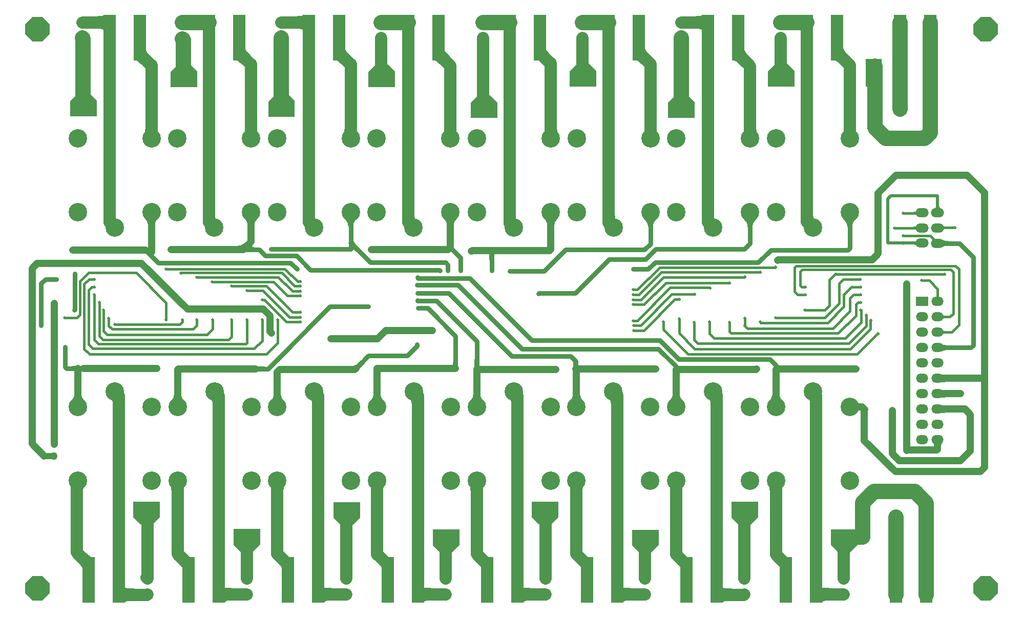
<source format=gbl>
G04 Layer_Physical_Order=2*
G04 Layer_Color=16711680*
%FSTAX24Y24*%
%MOIN*%
G70*
G01*
G75*
%ADD20C,0.0300*%
%ADD21C,0.0150*%
%ADD22C,0.0450*%
%ADD23C,0.0315*%
%ADD25C,0.0394*%
%ADD26C,0.0984*%
%ADD27R,0.0787X0.0984*%
%ADD28P,0.1705X8X22.5*%
%ADD29O,0.0750X0.0650*%
%ADD30O,0.0787X0.0591*%
%ADD31R,0.0787X0.0591*%
%ADD32C,0.1200*%
%ADD33O,0.0860X0.0600*%
%ADD34C,0.0600*%
%ADD35C,0.0500*%
%ADD36C,0.0197*%
%ADD37C,0.0315*%
%ADD38C,0.0787*%
%ADD39C,0.0197*%
G36*
X091767Y071697D02*
X09098Y071672D01*
X090979Y07174D01*
X090965Y071946D01*
X090958Y07198D01*
X09095Y072008D01*
X090941Y07203D01*
X090931Y072044D01*
X09092Y072053D01*
X091694Y072377D01*
X091767Y071697D01*
D02*
G37*
G36*
X085285Y0717D02*
X084498Y07167D01*
X084497Y071738D01*
X084483Y071943D01*
X084477Y071978D01*
X084469Y072006D01*
X08446Y072027D01*
X08445Y072042D01*
X084438Y07205D01*
X085208Y072383D01*
X085285Y0717D01*
D02*
G37*
G36*
X078804Y071703D02*
X078017Y071668D01*
X078016Y071736D01*
X078002Y071941D01*
X077995Y071976D01*
X077987Y072004D01*
X077978Y072025D01*
X077968Y072039D01*
X077957Y072047D01*
X078721Y072387D01*
X078804Y071703D01*
D02*
G37*
G36*
X098248Y071694D02*
X097461Y071674D01*
X09746Y071742D01*
X097446Y071948D01*
X097439Y071983D01*
X097432Y072011D01*
X097423Y072032D01*
X097412Y072047D01*
X097401Y072055D01*
X09818Y07237D01*
X098248Y071694D01*
D02*
G37*
G36*
X063014Y072468D02*
X06302Y072412D01*
X06303Y072358D01*
X063043Y072306D01*
X063061Y072256D01*
X063082Y072208D01*
X063108Y072163D01*
X063137Y072119D01*
X06317Y072078D01*
X063207Y072038D01*
X062367D01*
X062404Y072078D01*
X062437Y072119D01*
X062467Y072163D01*
X062492Y072208D01*
X062513Y072256D01*
X062531Y072306D01*
X062545Y072358D01*
X062554Y072412D01*
X06256Y072468D01*
X062562Y072526D01*
X063012D01*
X063014Y072468D01*
D02*
G37*
G36*
X056526D02*
X056531Y072412D01*
X056541Y072358D01*
X056555Y072306D01*
X056572Y072256D01*
X056594Y072208D01*
X056619Y072163D01*
X056648Y072119D01*
X056682Y072078D01*
X056719Y072038D01*
X055879D01*
X055916Y072078D01*
X055949Y072119D01*
X055978Y072163D01*
X056003Y072208D01*
X056025Y072256D01*
X056042Y072306D01*
X056056Y072358D01*
X056066Y072412D01*
X056072Y072468D01*
X056074Y072526D01*
X056524D01*
X056526Y072468D01*
D02*
G37*
G36*
X050037D02*
X050043Y072412D01*
X050053Y072358D01*
X050066Y072306D01*
X050084Y072256D01*
X050105Y072208D01*
X050131Y072163D01*
X05016Y072119D01*
X050193Y072078D01*
X05023Y072038D01*
X04939D01*
X049427Y072078D01*
X04946Y072119D01*
X049489Y072163D01*
X049515Y072208D01*
X049536Y072256D01*
X049554Y072306D01*
X049567Y072358D01*
X049577Y072412D01*
X049583Y072468D01*
X049585Y072526D01*
X050035D01*
X050037Y072468D01*
D02*
G37*
G36*
X100582Y071851D02*
X100591Y071848D01*
X100605Y071845D01*
X100624Y071842D01*
X100676Y071838D01*
X10084Y071835D01*
Y071385D01*
X100792Y071385D01*
X100591Y071372D01*
X100582Y071369D01*
X100578Y071365D01*
Y071855D01*
X100582Y071851D01*
D02*
G37*
G36*
X105983Y071734D02*
X106011Y071726D01*
X106047Y071719D01*
X106089Y071712D01*
X106194Y071703D01*
X106404Y071695D01*
X106488Y071695D01*
Y071245D01*
X106404Y071245D01*
X106047Y071221D01*
X106011Y071214D01*
X105983Y071206D01*
X105962Y071197D01*
Y071743D01*
X105983Y071734D01*
D02*
G37*
G36*
X106047Y069266D02*
X106032Y069254D01*
X106018Y069234D01*
X106007Y069205D01*
X105997Y069168D01*
X105989Y069123D01*
X105983Y069069D01*
X105976Y068938D01*
X105975Y06886D01*
X105525D01*
X105524Y068938D01*
X105511Y069123D01*
X105503Y069168D01*
X105493Y069205D01*
X105482Y069234D01*
X105468Y069254D01*
X105453Y069266D01*
X105436Y069271D01*
X106064D01*
X106047Y069266D01*
D02*
G37*
G36*
X052878Y071717D02*
X052091Y071662D01*
X05209Y07173D01*
X052076Y071934D01*
X05207Y071968D01*
X052062Y071995D01*
X052054Y072016D01*
X052044Y07203D01*
X052033Y072037D01*
X052774Y072406D01*
X052878Y071717D01*
D02*
G37*
G36*
X072323Y071706D02*
X071535Y071667D01*
X071535Y071735D01*
X07152Y071939D01*
X071514Y071974D01*
X071506Y072001D01*
X071497Y072022D01*
X071487Y072037D01*
X071476Y072044D01*
X072235Y072392D01*
X072323Y071706D01*
D02*
G37*
G36*
X065841Y071709D02*
X065054Y071665D01*
X065053Y071733D01*
X065039Y071938D01*
X065033Y071972D01*
X065025Y071999D01*
X065016Y07202D01*
X065006Y072034D01*
X064995Y072042D01*
X065748Y072397D01*
X065841Y071709D01*
D02*
G37*
G36*
X05936Y071713D02*
X058572Y071663D01*
X058572Y071731D01*
X058558Y071936D01*
X058551Y07197D01*
X058544Y071997D01*
X058535Y072018D01*
X058525Y072032D01*
X058514Y072039D01*
X059261Y072401D01*
X05936Y071713D01*
D02*
G37*
G36*
X069503Y072468D02*
X069509Y072412D01*
X069518Y072358D01*
X069532Y072306D01*
X069549Y072256D01*
X069571Y072208D01*
X069596Y072163D01*
X069626Y072119D01*
X069659Y072078D01*
X069696Y072038D01*
X068856D01*
X068893Y072078D01*
X068926Y072119D01*
X068955Y072163D01*
X068981Y072208D01*
X069002Y072256D01*
X06902Y072306D01*
X069033Y072358D01*
X069043Y072412D01*
X069049Y072468D01*
X069051Y072526D01*
X069501D01*
X069503Y072468D01*
D02*
G37*
G36*
X095388Y074306D02*
X095392Y074236D01*
X095394Y074224D01*
X095396Y074213D01*
X095399Y074204D01*
X095402Y074196D01*
X095405Y074191D01*
X095055D01*
X095058Y074196D01*
X095061Y074204D01*
X095064Y074213D01*
X095066Y074224D01*
X095068Y074236D01*
X095071Y074267D01*
X095072Y074306D01*
X095073Y074328D01*
X095387D01*
X095388Y074306D01*
D02*
G37*
G36*
X068457Y074454D02*
X068138Y074133D01*
X067913Y074358D01*
X067917Y074362D01*
X067943Y074387D01*
X068234Y074677D01*
X068457Y074454D01*
D02*
G37*
G36*
X049651Y073951D02*
X049646Y073951D01*
X04961Y073952D01*
X049199Y073953D01*
Y074267D01*
X049651Y074269D01*
Y073951D01*
D02*
G37*
G36*
X082376Y07422D02*
X082024D01*
X082027Y074228D01*
X082031Y074241D01*
X082033Y074261D01*
X082038Y074319D01*
X082042Y074508D01*
X082043Y07457D01*
X082357D01*
X082376Y07422D01*
D02*
G37*
G36*
X050045Y074271D02*
X050141Y074268D01*
X05018Y074267D01*
Y073953D01*
X050141Y073952D01*
X050045Y073946D01*
Y07393D01*
X050037Y073934D01*
X050026Y073938D01*
X050011Y073941D01*
X050002Y073943D01*
X049979Y073941D01*
X049964Y073938D01*
X049953Y073934D01*
X049945Y07393D01*
Y073949D01*
X049849Y073952D01*
X04981Y073953D01*
Y074267D01*
X049849Y074268D01*
X049945Y074274D01*
Y07429D01*
X049953Y074286D01*
X049964Y074282D01*
X049979Y074279D01*
X049988Y074277D01*
X050011Y074279D01*
X050026Y074282D01*
X050037Y074286D01*
X050045Y07429D01*
Y074271D01*
D02*
G37*
G36*
X074539Y074269D02*
X074221D01*
X074221Y074274D01*
X074222Y07431D01*
X074223Y074721D01*
X074537D01*
X074539Y074269D01*
D02*
G37*
G36*
X075923Y074253D02*
X075605D01*
X075605Y074258D01*
X075606Y074295D01*
X075607Y074705D01*
X075922D01*
X075923Y074253D01*
D02*
G37*
G36*
X088968Y072468D02*
X088974Y072412D01*
X088984Y072358D01*
X088998Y072306D01*
X089015Y072256D01*
X089037Y072208D01*
X089062Y072163D01*
X089091Y072119D01*
X089124Y072078D01*
X089161Y072038D01*
X088321D01*
X088358Y072078D01*
X088392Y072119D01*
X088421Y072163D01*
X088446Y072208D01*
X088468Y072256D01*
X088485Y072306D01*
X088499Y072358D01*
X088509Y072412D01*
X088514Y072468D01*
X088516Y072526D01*
X088966D01*
X088968Y072468D01*
D02*
G37*
G36*
X08248D02*
X082486Y072412D01*
X082495Y072358D01*
X082509Y072306D01*
X082527Y072256D01*
X082548Y072208D01*
X082573Y072163D01*
X082603Y072119D01*
X082636Y072078D01*
X082673Y072038D01*
X081833D01*
X08187Y072078D01*
X081903Y072119D01*
X081932Y072163D01*
X081958Y072208D01*
X081979Y072256D01*
X081997Y072306D01*
X08201Y072358D01*
X08202Y072412D01*
X082026Y072468D01*
X082028Y072526D01*
X082478D01*
X08248Y072468D01*
D02*
G37*
G36*
X075991D02*
X075997Y072412D01*
X076007Y072358D01*
X07602Y072306D01*
X076038Y072256D01*
X076059Y072208D01*
X076085Y072163D01*
X076114Y072119D01*
X076147Y072078D01*
X076184Y072038D01*
X075344D01*
X075381Y072078D01*
X075414Y072119D01*
X075444Y072163D01*
X075469Y072208D01*
X075491Y072256D01*
X075508Y072306D01*
X075522Y072358D01*
X075531Y072412D01*
X075537Y072468D01*
X075539Y072526D01*
X075989D01*
X075991Y072468D01*
D02*
G37*
G36*
X095457D02*
X095463Y072412D01*
X095473Y072358D01*
X095486Y072306D01*
X095504Y072256D01*
X095525Y072208D01*
X095551Y072163D01*
X09558Y072119D01*
X095613Y072078D01*
X09565Y072038D01*
X09481D01*
X094847Y072078D01*
X09488Y072119D01*
X094909Y072163D01*
X094935Y072208D01*
X094956Y072256D01*
X094974Y072306D01*
X094987Y072358D01*
X094997Y072412D01*
X095003Y072468D01*
X095005Y072526D01*
X095455D01*
X095457Y072468D01*
D02*
G37*
G36*
X06154Y074249D02*
X061577Y074248D01*
X061987Y074247D01*
Y073933D01*
X061535Y073931D01*
Y074249D01*
X06154Y074249D01*
D02*
G37*
G36*
X105983Y073734D02*
X106011Y073726D01*
X106047Y073719D01*
X106089Y073712D01*
X106194Y073703D01*
X106404Y073695D01*
X106488Y073695D01*
Y073245D01*
X106404Y073245D01*
X106047Y073221D01*
X106011Y073214D01*
X105983Y073206D01*
X105962Y073197D01*
Y073743D01*
X105983Y073734D01*
D02*
G37*
G36*
Y072734D02*
X106011Y072726D01*
X106047Y072719D01*
X106089Y072712D01*
X106194Y072703D01*
X106404Y072695D01*
X106488Y072695D01*
Y072245D01*
X106404Y072245D01*
X106047Y072221D01*
X106011Y072214D01*
X105983Y072206D01*
X105962Y072197D01*
Y072743D01*
X105983Y072734D01*
D02*
G37*
G36*
X095645Y066373D02*
X095641Y066358D01*
X095637Y066336D01*
X095633Y066308D01*
X095626Y066182D01*
X095624Y065997D01*
X094836D01*
X094836Y066066D01*
X094819Y066358D01*
X094815Y066373D01*
X09481Y066382D01*
X09565D01*
X095645Y066373D01*
D02*
G37*
G36*
X05712Y061856D02*
X056606Y061146D01*
X056605Y061158D01*
X056591Y061181D01*
X056566Y061215D01*
X056478Y061315D01*
X056048Y061759D01*
X056577Y062344D01*
X05712Y061856D01*
D02*
G37*
G36*
X050155Y062287D02*
X050555Y061937D01*
X050626Y061889D01*
X050685Y061857D01*
X050733Y061841D01*
X050768Y061841D01*
X050792Y061856D01*
X050125Y060992D01*
X050136Y061021D01*
X050132Y06106D01*
X050113Y061111D01*
X050079Y061171D01*
X050031Y061243D01*
X049968Y061325D01*
X049797Y061521D01*
X049567Y061759D01*
X050025Y062414D01*
X050155Y062287D01*
D02*
G37*
G36*
X098255Y059877D02*
X098279Y059866D01*
X098318Y059856D01*
X098373Y059847D01*
X098531Y059834D01*
X098885Y059824D01*
X099035Y059824D01*
Y059036D01*
X098885Y059035D01*
X098444Y059004D01*
X098373Y05899D01*
X098318Y058973D01*
X098279Y058954D01*
X098255Y058932D01*
X098247Y058907D01*
Y059889D01*
X098255Y059877D01*
D02*
G37*
G36*
X063587Y061856D02*
X063088Y06116D01*
X063085Y061171D01*
X063071Y061192D01*
X063045Y061224D01*
X062895Y061387D01*
X06253Y061759D01*
X063066Y062337D01*
X063587Y061856D01*
D02*
G37*
G36*
X082988D02*
X082532Y061203D01*
X081974Y061759D01*
X082531Y062316D01*
X082988Y061856D01*
D02*
G37*
G36*
X076521D02*
X076051Y061189D01*
X076046Y061196D01*
X07603Y061214D01*
X075493Y061759D01*
X076043Y062323D01*
X076521Y061856D01*
D02*
G37*
G36*
X070054D02*
X069569Y061175D01*
X069566Y061183D01*
X06955Y061203D01*
X069524Y061234D01*
X069119Y061651D01*
X069011Y061759D01*
X069554Y06233D01*
X070054Y061856D01*
D02*
G37*
G36*
X065848Y059877D02*
X065872Y059866D01*
X065911Y059856D01*
X065966Y059847D01*
X066123Y059834D01*
X066478Y059824D01*
X066627Y059824D01*
Y059036D01*
X066478Y059035D01*
X066037Y059004D01*
X065966Y05899D01*
X065911Y058973D01*
X065872Y058954D01*
X065848Y058932D01*
X06584Y058907D01*
Y059889D01*
X065848Y059877D01*
D02*
G37*
G36*
X059366D02*
X05939Y059866D01*
X059429Y059856D01*
X059485Y059847D01*
X059642Y059834D01*
X059996Y059824D01*
X060146Y059824D01*
Y059036D01*
X059996Y059035D01*
X059555Y059004D01*
X059485Y05899D01*
X059429Y058973D01*
X05939Y058954D01*
X059366Y058932D01*
X059359Y058907D01*
Y059889D01*
X059366Y059877D01*
D02*
G37*
G36*
X052885Y059871D02*
X052909Y059854D01*
X052948Y05984D01*
X053003Y059827D01*
X053074Y059816D01*
X053263Y059801D01*
X053665Y059792D01*
Y059004D01*
X053515Y059004D01*
X053003Y058969D01*
X052948Y058957D01*
X052909Y058942D01*
X052885Y058926D01*
X052877Y058907D01*
Y059889D01*
X052885Y059871D01*
D02*
G37*
G36*
X072329Y059877D02*
X072353Y059866D01*
X072392Y059856D01*
X072447Y059847D01*
X072605Y059834D01*
X072959Y059824D01*
X073109Y059824D01*
Y059036D01*
X072959Y059035D01*
X072518Y059004D01*
X072447Y05899D01*
X072392Y058973D01*
X072353Y058954D01*
X072329Y058932D01*
X072321Y058907D01*
Y059889D01*
X072329Y059877D01*
D02*
G37*
G36*
X091774Y059871D02*
X091797Y059854D01*
X091837Y05984D01*
X091892Y059827D01*
X091963Y059816D01*
X092152Y059801D01*
X092553Y059792D01*
Y059004D01*
X092404Y059004D01*
X091892Y058969D01*
X091837Y058957D01*
X091797Y058942D01*
X091774Y058926D01*
X091766Y058907D01*
Y059889D01*
X091774Y059871D01*
D02*
G37*
G36*
X085292Y059877D02*
X085316Y059866D01*
X085355Y059856D01*
X08541Y059847D01*
X085568Y059834D01*
X085922Y059824D01*
X086072Y059824D01*
Y059036D01*
X085922Y059035D01*
X085481Y059004D01*
X08541Y05899D01*
X085355Y058973D01*
X085316Y058954D01*
X085292Y058932D01*
X085284Y058907D01*
Y059889D01*
X085292Y059877D01*
D02*
G37*
G36*
X078811D02*
X078834Y059866D01*
X078874Y059856D01*
X078929Y059847D01*
X079086Y059834D01*
X079441Y059824D01*
X07959Y059824D01*
Y059036D01*
X079441Y059035D01*
X079Y059004D01*
X078929Y05899D01*
X078874Y058973D01*
X078834Y058954D01*
X078811Y058932D01*
X078803Y058907D01*
Y059889D01*
X078811Y059877D01*
D02*
G37*
G36*
X08759Y06263D02*
X08712Y06216D01*
Y06215D01*
X08632D01*
X08586Y06261D01*
Y06363D01*
X08759D01*
Y06263D01*
D02*
G37*
G36*
X063202Y066373D02*
X063198Y066358D01*
X063194Y066336D01*
X06319Y066308D01*
X063183Y066182D01*
X063181Y065997D01*
X062393D01*
X062393Y066066D01*
X062377Y066358D01*
X062372Y066373D01*
X062367Y066382D01*
X063207D01*
X063202Y066373D01*
D02*
G37*
G36*
X056714D02*
X056709Y066358D01*
X056705Y066336D01*
X056702Y066308D01*
X056695Y066182D01*
X056692Y065997D01*
X055905D01*
X055905Y066066D01*
X055888Y066358D01*
X055884Y066373D01*
X055879Y066382D01*
X056719D01*
X056714Y066373D01*
D02*
G37*
G36*
X050177Y066335D02*
X050169Y066325D01*
X050161Y066309D01*
X050155Y066286D01*
X050149Y066257D01*
X050145Y066221D01*
X050138Y06613D01*
X050134Y065945D01*
X049346Y066069D01*
X049343Y066433D01*
X050177Y066335D01*
D02*
G37*
G36*
X069691Y066373D02*
X069686Y066358D01*
X069682Y066336D01*
X069679Y066308D01*
X069672Y066182D01*
X069669Y065997D01*
X068882D01*
X068882Y066066D01*
X068865Y066358D01*
X068861Y066373D01*
X068856Y066382D01*
X069696D01*
X069691Y066373D01*
D02*
G37*
G36*
X089156D02*
X089152Y066358D01*
X089148Y066336D01*
X089145Y066308D01*
X089137Y066182D01*
X089135Y065997D01*
X088348D01*
X088347Y066066D01*
X088331Y066358D01*
X088326Y066373D01*
X088321Y066382D01*
X089161D01*
X089156Y066373D01*
D02*
G37*
G36*
X082668D02*
X082663Y066358D01*
X082659Y066336D01*
X082656Y066308D01*
X082649Y066182D01*
X082647Y065997D01*
X081859D01*
X081859Y066066D01*
X081842Y066358D01*
X081838Y066373D01*
X081833Y066382D01*
X082673D01*
X082668Y066373D01*
D02*
G37*
G36*
X076179D02*
X076175Y066358D01*
X076171Y066336D01*
X076167Y066308D01*
X07616Y066182D01*
X076158Y065997D01*
X075371D01*
X07537Y066066D01*
X075354Y066358D01*
X075349Y066373D01*
X075344Y066382D01*
X076184D01*
X076179Y066373D01*
D02*
G37*
G36*
X06167Y06267D02*
X0612Y0622D01*
Y06219D01*
X0604D01*
X05994Y06265D01*
Y06367D01*
X06167D01*
Y06267D01*
D02*
G37*
G36*
X10053Y06266D02*
X10006Y06219D01*
Y06218D01*
X09926D01*
X0988Y06264D01*
Y06366D01*
X10053D01*
Y06266D01*
D02*
G37*
G36*
X07464Y06264D02*
X07417Y06217D01*
Y06216D01*
X07337D01*
X07291Y06262D01*
Y06364D01*
X07464D01*
Y06264D01*
D02*
G37*
G36*
X06816Y06443D02*
X06769Y06396D01*
Y06395D01*
X06689D01*
X06643Y06441D01*
Y06543D01*
X06816D01*
Y06443D01*
D02*
G37*
G36*
X08106Y06445D02*
X08059Y06398D01*
Y06397D01*
X07979D01*
X07933Y06443D01*
Y06545D01*
X08106D01*
Y06445D01*
D02*
G37*
G36*
X05514D02*
X05467Y06398D01*
Y06397D01*
X05387D01*
X05341Y06443D01*
Y06545D01*
X05514D01*
Y06445D01*
D02*
G37*
G36*
X09408Y06444D02*
X09361Y06397D01*
Y06396D01*
X09281D01*
X09235Y06442D01*
Y06544D01*
X09408D01*
Y06444D01*
D02*
G37*
G36*
X106036Y075699D02*
X106063Y075684D01*
X106094Y075671D01*
X106128Y075659D01*
X106166Y07565D01*
X106208Y075642D01*
X106254Y075635D01*
X106356Y075628D01*
X106413Y075627D01*
Y075313D01*
X106356Y075312D01*
X106254Y075305D01*
X106208Y075298D01*
X106166Y07529D01*
X106128Y075281D01*
X106094Y075269D01*
X106063Y075256D01*
X106036Y075241D01*
X106013Y075224D01*
Y075716D01*
X106036Y075699D01*
D02*
G37*
G36*
X07709Y09143D02*
Y09041D01*
X07536D01*
Y09141D01*
X07583Y09188D01*
Y09189D01*
X07663D01*
X07709Y09143D01*
D02*
G37*
G36*
X074434Y089844D02*
X074451Y089552D01*
X074455Y089537D01*
X07446Y089528D01*
X07362D01*
X073625Y089537D01*
X073629Y089552D01*
X073633Y089574D01*
X073637Y089602D01*
X073644Y089728D01*
X073646Y089913D01*
X074434D01*
X074434Y089844D01*
D02*
G37*
G36*
X067951D02*
X067967Y089552D01*
X067972Y089537D01*
X067977Y089528D01*
X067137D01*
X067142Y089537D01*
X067146Y089552D01*
X06715Y089574D01*
X067153Y089602D01*
X067161Y089728D01*
X067163Y089913D01*
X06795D01*
X067951Y089844D01*
D02*
G37*
G36*
X08994Y09145D02*
Y09043D01*
X08821D01*
Y09143D01*
X08868Y0919D01*
Y09191D01*
X08948D01*
X08994Y09145D01*
D02*
G37*
G36*
X05756Y09344D02*
Y09242D01*
X05583D01*
Y09342D01*
X0563Y09389D01*
Y0939D01*
X0571D01*
X05756Y09344D01*
D02*
G37*
G36*
X05105Y09154D02*
Y09052D01*
X04932D01*
Y09152D01*
X04979Y09199D01*
Y092D01*
X05059D01*
X05105Y09154D01*
D02*
G37*
G36*
X06392Y09151D02*
Y09049D01*
X06219D01*
Y09149D01*
X06266Y09196D01*
Y09197D01*
X06346D01*
X06392Y09151D01*
D02*
G37*
G36*
X087457Y089814D02*
X087474Y089522D01*
X087478Y089507D01*
X087483Y089498D01*
X086643D01*
X086648Y089507D01*
X086653Y089522D01*
X086657Y089544D01*
X08666Y089572D01*
X086667Y089698D01*
X08667Y089883D01*
X087457D01*
X087457Y089814D01*
D02*
G37*
G36*
X080974D02*
X080991Y089522D01*
X080995Y089507D01*
X081Y089498D01*
X08016D01*
X080165Y089507D01*
X080169Y089522D01*
X080173Y089544D01*
X080177Y089572D01*
X080184Y089698D01*
X080186Y089883D01*
X080974D01*
X080974Y089814D01*
D02*
G37*
G36*
X105849Y084718D02*
X105852Y084683D01*
X105857Y084652D01*
X105864Y084625D01*
X105873Y084602D01*
X105884Y084584D01*
X105896Y084569D01*
X105911Y084559D01*
X105928Y084553D01*
X105947Y084551D01*
X105554D01*
X105572Y084553D01*
X105589Y084559D01*
X105604Y084569D01*
X105616Y084584D01*
X105627Y084602D01*
X105636Y084625D01*
X105643Y084652D01*
X105648Y084683D01*
X105651Y084718D01*
X105652Y084757D01*
X105848D01*
X105849Y084718D01*
D02*
G37*
G36*
X093941Y089814D02*
X093957Y089522D01*
X093962Y089507D01*
X093967Y089498D01*
X093127D01*
X093132Y089507D01*
X093136Y089522D01*
X09314Y089544D01*
X093143Y089572D01*
X093151Y089698D01*
X093153Y089883D01*
X09394D01*
X093941Y089814D01*
D02*
G37*
G36*
X061467Y089844D02*
X061484Y089552D01*
X061488Y089537D01*
X061493Y089528D01*
X060653D01*
X060658Y089537D01*
X060663Y089552D01*
X060667Y089574D01*
X06067Y089602D01*
X060677Y089728D01*
X06068Y089913D01*
X061467D01*
X061467Y089844D01*
D02*
G37*
G36*
X054984D02*
X055001Y089552D01*
X055005Y089537D01*
X05501Y089528D01*
X05417D01*
X054175Y089537D01*
X054179Y089552D01*
X054183Y089574D01*
X054187Y089602D01*
X054194Y089728D01*
X054196Y089913D01*
X054984D01*
X054984Y089844D01*
D02*
G37*
G36*
X100424Y089814D02*
X100441Y089522D01*
X100445Y089507D01*
X10045Y089498D01*
X09961D01*
X099615Y089507D01*
X099619Y089522D01*
X099623Y089544D01*
X099627Y089572D01*
X099634Y089698D01*
X099636Y089883D01*
X100424D01*
X100424Y089814D01*
D02*
G37*
G36*
X07044Y09344D02*
Y09242D01*
X06871D01*
Y09342D01*
X06918Y09389D01*
Y0939D01*
X06998D01*
X07044Y09344D01*
D02*
G37*
G36*
X086705Y094943D02*
X086713Y09491D01*
X086734Y094866D01*
X086769Y094812D01*
X086818Y094747D01*
X086957Y094585D01*
X087268Y094261D01*
X086785Y093631D01*
X086667Y093747D01*
X086245Y094118D01*
X086194Y094151D01*
X086153Y094169D01*
X086124Y094173D01*
X086106Y094164D01*
X08671Y094965D01*
X086705Y094943D01*
D02*
G37*
G36*
X067179Y094972D02*
X067184Y094936D01*
X067205Y094889D01*
X067239Y094831D01*
X067288Y094763D01*
X067351Y094684D01*
X067519Y094494D01*
X067745Y094261D01*
X067278Y093614D01*
X067154Y093737D01*
X066703Y094124D01*
X066648Y094157D01*
X066603Y094174D01*
X066571Y094176D01*
X066549Y094164D01*
X067187Y094998D01*
X067179Y094972D01*
D02*
G37*
G36*
X060695D02*
X060701Y094936D01*
X060721Y094889D01*
X060756Y094831D01*
X060804Y094763D01*
X060867Y094684D01*
X061036Y094494D01*
X061262Y094261D01*
X060795Y093614D01*
X06067Y093737D01*
X06022Y094124D01*
X060164Y094157D01*
X06012Y094174D01*
X060087Y094176D01*
X060066Y094164D01*
X060704Y094998D01*
X060695Y094972D01*
D02*
G37*
G36*
X08026Y094883D02*
X080272Y094858D01*
X080296Y094821D01*
X080333Y094774D01*
X080445Y094647D01*
X080818Y094261D01*
X080302Y093664D01*
X080198Y093767D01*
X079757Y094158D01*
X079735Y094167D01*
X079723Y094164D01*
X08026Y094898D01*
X08026Y094883D01*
D02*
G37*
G36*
X090408Y096131D02*
X0904Y096151D01*
X090376Y096169D01*
X090337Y096185D01*
X090282Y096198D01*
X090211Y09621D01*
X090124Y096219D01*
X08977Y096235D01*
X089621Y096236D01*
Y097024D01*
X08977Y097025D01*
X090282Y097056D01*
X090337Y097067D01*
X090376Y097081D01*
X0904Y097096D01*
X090408Y097113D01*
Y096131D01*
D02*
G37*
G36*
X064435D02*
X064427Y096151D01*
X064403Y096169D01*
X064364Y096185D01*
X064309Y096198D01*
X064238Y09621D01*
X064151Y096219D01*
X063797Y096235D01*
X063647Y096236D01*
Y097024D01*
X063797Y097025D01*
X064309Y097056D01*
X064364Y097067D01*
X064403Y097081D01*
X064427Y097096D01*
X064435Y097113D01*
Y096131D01*
D02*
G37*
G36*
X051468D02*
X05146Y096149D01*
X051436Y096166D01*
X051397Y09618D01*
X051342Y096193D01*
X051271Y096204D01*
X051082Y096219D01*
X050681Y096228D01*
Y097016D01*
X05083Y097016D01*
X051342Y097051D01*
X051397Y097063D01*
X051436Y097078D01*
X05146Y097094D01*
X051468Y097113D01*
Y096131D01*
D02*
G37*
G36*
X08353Y09348D02*
Y09246D01*
X0818D01*
Y09346D01*
X08227Y09393D01*
Y09394D01*
X08307D01*
X08353Y09348D01*
D02*
G37*
G36*
X09643Y09348D02*
Y09246D01*
X0947D01*
Y09346D01*
X09517Y09393D01*
Y09394D01*
X09597D01*
X09643Y09348D01*
D02*
G37*
G36*
X1021Y09245D02*
X10108D01*
Y09424D01*
X1021D01*
Y09245D01*
D02*
G37*
G36*
X05421Y094904D02*
X054215Y094869D01*
X054234Y094823D01*
X054268Y094765D01*
X054317Y094697D01*
X05438Y094618D01*
X05455Y094426D01*
X054778Y094191D01*
X05425Y093606D01*
X054125Y093728D01*
X053672Y094119D01*
X053615Y094152D01*
X05357Y094171D01*
X053536Y094175D01*
X053513Y094164D01*
X05422Y094928D01*
X05421Y094904D01*
D02*
G37*
G36*
X099594Y095061D02*
X099593Y095015D01*
X099609Y094957D01*
X09964Y094889D01*
X099688Y094811D01*
X099752Y094722D01*
X099832Y094622D01*
X10004Y094392D01*
X100168Y094261D01*
X09971Y093606D01*
X099573Y09374D01*
X099233Y094038D01*
X099144Y094102D01*
X099066Y094149D01*
X099Y094179D01*
X098946Y094191D01*
X098903Y094186D01*
X098873Y094164D01*
X09961Y095098D01*
X099594Y095061D01*
D02*
G37*
G36*
X093147Y094922D02*
X093149Y094883D01*
X093167Y094834D01*
X0932Y094774D01*
X093248Y094702D01*
X093311Y09462D01*
X093484Y094421D01*
X093718Y094179D01*
X093178Y093606D01*
X09305Y093731D01*
X092652Y094078D01*
X09258Y094126D01*
X09252Y094159D01*
X092471Y094176D01*
X092434Y094178D01*
X092407Y094164D01*
X09316Y094949D01*
X093147Y094922D01*
D02*
G37*
G36*
X07366Y094892D02*
X073665Y094857D01*
X073684Y094811D01*
X073717Y094754D01*
X073766Y094686D01*
X073829Y094606D01*
X073999Y094415D01*
X074228Y094179D01*
X073688Y093606D01*
X073563Y093728D01*
X07311Y094118D01*
X073054Y094152D01*
X073008Y094171D01*
X072974Y094174D01*
X072951Y094164D01*
X07367Y094916D01*
X07366Y094892D01*
D02*
G37*
G36*
X104382Y084081D02*
X104379Y084095D01*
X104372Y084107D01*
X104361Y084119D01*
X104347Y084128D01*
X10433Y084136D01*
X104309Y084143D01*
X104284Y084148D01*
X104256Y084152D01*
X104225Y084154D01*
X10419Y084155D01*
X104174Y084305D01*
X104209Y084306D01*
X104266Y084312D01*
X104289Y084317D01*
X104308Y084324D01*
X104323Y084332D01*
X104335Y084341D01*
X104342Y084353D01*
X104346Y084365D01*
X104346Y084379D01*
X104382Y084081D01*
D02*
G37*
G36*
X104396Y082074D02*
X104393Y082092D01*
X104386Y082109D01*
X104373Y082124D01*
X104355Y082136D01*
X104332Y082147D01*
X104304Y082156D01*
X104271Y082163D01*
X104233Y082168D01*
X104189Y082171D01*
X104141Y082172D01*
Y082368D01*
X104189Y082369D01*
X104271Y082377D01*
X104304Y082384D01*
X104332Y082393D01*
X104355Y082404D01*
X104373Y082416D01*
X104386Y082431D01*
X104393Y082448D01*
X104396Y082466D01*
Y082074D01*
D02*
G37*
G36*
X106071Y082492D02*
X106099Y082476D01*
X10613Y082463D01*
X106165Y082451D01*
X106204Y082441D01*
X106246Y082432D01*
X106291Y082426D01*
X106393Y082418D01*
X10645Y082417D01*
Y082103D01*
X106393Y082102D01*
X106291Y082094D01*
X106246Y082088D01*
X106204Y082079D01*
X106165Y082069D01*
X10613Y082057D01*
X106099Y082044D01*
X106071Y082028D01*
X106047Y08201D01*
Y08251D01*
X106071Y082492D01*
D02*
G37*
G36*
X061232Y082208D02*
X061198Y08217D01*
X061173Y082136D01*
X061159Y082106D01*
X061155Y08208D01*
X061161Y082058D01*
X061178Y082039D01*
X061205Y082025D01*
X061242Y082015D01*
X061289Y082009D01*
X061347Y082007D01*
X061167Y081972D01*
Y081693D01*
X060716Y081691D01*
Y081882D01*
X060557Y08185D01*
X060013Y082075D01*
X060102Y082078D01*
X060188Y082088D01*
X060272Y082104D01*
X060352Y082126D01*
X060431Y082155D01*
X060506Y08219D01*
X060579Y082231D01*
X060649Y082279D01*
X060717Y082333D01*
X060782Y082393D01*
X061232Y082208D01*
D02*
G37*
G36*
X105482Y082635D02*
X105531Y082595D01*
X105553Y08258D01*
X105574Y082568D01*
X105594Y082559D01*
X105613Y082554D01*
X105631Y082553D01*
X105647Y082554D01*
X105662Y082559D01*
X105596Y082529D01*
X105683Y082452D01*
X105704Y082437D01*
X105723Y082426D01*
X105738Y08242D01*
X10575Y082417D01*
X105593Y08226D01*
X10559Y082272D01*
X105584Y082287D01*
X105573Y082306D01*
X105558Y082327D01*
X105538Y082353D01*
X105487Y082413D01*
X105442Y082459D01*
X105372Y082426D01*
X105384Y082434D01*
X105393Y082444D01*
X105397Y082455D01*
X105397Y082468D01*
X105394Y082484D01*
X105386Y082501D01*
X105374Y08252D01*
X105358Y082541D01*
X105339Y082564D01*
X105315Y082589D01*
X105456Y082661D01*
X105482Y082635D01*
D02*
G37*
G36*
X087433Y08379D02*
X087389Y083739D01*
X087349Y083687D01*
X087315Y083636D01*
X087286Y083585D01*
X087263Y083534D01*
X087244Y083483D01*
X087231Y083432D01*
X087223Y083382D01*
X087221Y083331D01*
X086906D01*
X086903Y083382D01*
X086895Y083432D01*
X086882Y083483D01*
X086864Y083534D01*
X08684Y083585D01*
X086811Y083636D01*
X086777Y083687D01*
X086738Y083739D01*
X086693Y08379D01*
X086643Y083842D01*
X087483D01*
X087433Y08379D01*
D02*
G37*
G36*
X106129Y083415D02*
X106135Y083403D01*
X106145Y083391D01*
X106159Y083382D01*
X106176Y083374D01*
X106196Y083367D01*
X10622Y083362D01*
X106248Y083358D01*
X106279Y083356D01*
X106313Y083355D01*
X106325Y083205D01*
X10629Y083204D01*
X106232Y083198D01*
X106209Y083193D01*
X10619Y083186D01*
X106174Y083178D01*
X106162Y083169D01*
X106154Y083157D01*
X106149Y083145D01*
X106148Y083131D01*
X106126Y083429D01*
X106129Y083415D01*
D02*
G37*
G36*
X104362Y083111D02*
X104361Y083125D01*
X104355Y083137D01*
X104346Y083149D01*
X104333Y083158D01*
X104317Y083166D01*
X104297Y083173D01*
X104273Y083178D01*
X104246Y083182D01*
X104215Y083184D01*
X104181Y083185D01*
Y083335D01*
X104215Y083336D01*
X104273Y083342D01*
X104297Y083347D01*
X104317Y083354D01*
X104333Y083362D01*
X104346Y083371D01*
X104355Y083383D01*
X104361Y083395D01*
X104362Y083409D01*
Y083111D01*
D02*
G37*
G36*
X105826Y078886D02*
X105828Y078859D01*
X105832Y078836D01*
X105837Y078815D01*
X105844Y078798D01*
X105852Y078784D01*
X105862Y078773D01*
X105873Y078765D01*
X105886Y078761D01*
X1059Y078759D01*
X1056D01*
X105614Y078761D01*
X105627Y078765D01*
X105638Y078773D01*
X105648Y078784D01*
X105656Y078798D01*
X105663Y078815D01*
X105668Y078836D01*
X105672Y078859D01*
X105674Y078886D01*
X105675Y078916D01*
X105825D01*
X105826Y078886D01*
D02*
G37*
G36*
X106102Y077605D02*
X106108Y077593D01*
X106117Y077581D01*
X10613Y077572D01*
X106146Y077564D01*
X106166Y077557D01*
X10619Y077552D01*
X106217Y077548D01*
X106248Y077546D01*
X106283Y077545D01*
Y077395D01*
X106248Y077394D01*
X10619Y077388D01*
X106166Y077383D01*
X106146Y077376D01*
X10613Y077368D01*
X106117Y077359D01*
X106108Y077347D01*
X106102Y077335D01*
X106101Y077321D01*
Y077619D01*
X106102Y077605D01*
D02*
G37*
G36*
Y076605D02*
X106108Y076593D01*
X106117Y076581D01*
X10613Y076572D01*
X106146Y076564D01*
X106166Y076557D01*
X10619Y076552D01*
X106217Y076548D01*
X106248Y076546D01*
X106283Y076545D01*
Y076395D01*
X106248Y076394D01*
X10619Y076388D01*
X106166Y076383D01*
X106146Y076376D01*
X10613Y076368D01*
X106117Y076359D01*
X106108Y076347D01*
X106102Y076335D01*
X106101Y076321D01*
Y076619D01*
X106102Y076605D01*
D02*
G37*
G36*
X076899Y081626D02*
X076898Y08159D01*
X076897Y081179D01*
X076583D01*
X076581Y081631D01*
X076899D01*
X076899Y081626D01*
D02*
G37*
G36*
X067716Y082601D02*
X067723Y082541D01*
X067734Y082483D01*
X06775Y082426D01*
X06777Y082372D01*
X067794Y082319D01*
X067823Y082268D01*
X067857Y082219D01*
X067895Y082171D01*
X067937Y082126D01*
Y08168D01*
X067857Y081759D01*
X06777Y081839D01*
X06775Y081856D01*
X067734Y081867D01*
X067723Y081873D01*
X067716Y081874D01*
X067714Y08187D01*
X067399Y082283D01*
X067714Y082664D01*
X067716Y082601D01*
D02*
G37*
G36*
X074268Y081978D02*
X074294Y081952D01*
X074583Y081661D01*
X07436Y081439D01*
X07404Y081757D01*
X074265Y081982D01*
X074268Y081978D01*
D02*
G37*
G36*
X054438Y081817D02*
X054464Y08179D01*
X054753Y0815D01*
X05453Y081277D01*
X05421Y081595D01*
X054435Y08182D01*
X054438Y081817D01*
D02*
G37*
G36*
X093917Y08379D02*
X093872Y083739D01*
X093833Y083687D01*
X093799Y083636D01*
X09377Y083585D01*
X093746Y083534D01*
X093728Y083483D01*
X093715Y083432D01*
X093707Y083382D01*
X093704Y083331D01*
X093389D01*
X093387Y083382D01*
X093379Y083432D01*
X093366Y083483D01*
X093347Y083534D01*
X093324Y083585D01*
X093295Y083636D01*
X093261Y083687D01*
X093221Y083739D01*
X093177Y08379D01*
X093127Y083842D01*
X093967D01*
X093917Y08379D01*
D02*
G37*
G36*
X058738Y084188D02*
X05875Y083986D01*
X058756Y083952D01*
X058763Y083926D01*
X05877Y083907D01*
X058779Y083894D01*
X058789Y083889D01*
X058097Y083466D01*
X05795Y084161D01*
X058737Y084257D01*
X058738Y084188D01*
D02*
G37*
G36*
X084745Y084157D02*
X084758Y083953D01*
X084764Y08392D01*
X084771Y083893D01*
X084779Y083873D01*
X084788Y083861D01*
X084798Y083855D01*
X08409Y083448D01*
X083957Y084142D01*
X084744Y084225D01*
X084745Y084157D01*
D02*
G37*
G36*
X091195Y08416D02*
X091212Y083925D01*
X091218Y083899D01*
X091225Y083879D01*
X091233Y083867D01*
X091242Y083862D01*
X090567Y083424D01*
X090407Y08412D01*
X091194Y084228D01*
X091195Y08416D01*
D02*
G37*
G36*
X052255Y084188D02*
X052267Y083986D01*
X052273Y083952D01*
X052279Y083926D01*
X052287Y083907D01*
X052296Y083894D01*
X052306Y083889D01*
X051613Y083466D01*
X051467Y084161D01*
X052254Y084257D01*
X052255Y084188D01*
D02*
G37*
G36*
X078295Y084151D02*
X078309Y083947D01*
X078315Y083913D01*
X078322Y083886D01*
X078331Y083865D01*
X078341Y083852D01*
X078352Y083845D01*
X077615Y083471D01*
X077507Y084161D01*
X078294Y084219D01*
X078295Y084151D01*
D02*
G37*
G36*
X071705Y084188D02*
X071717Y083986D01*
X071723Y083952D01*
X071729Y083926D01*
X071737Y083907D01*
X071746Y083894D01*
X071756Y083889D01*
X071063Y083466D01*
X070917Y084161D01*
X071704Y084257D01*
X071705Y084188D01*
D02*
G37*
G36*
X065221D02*
X065234Y083986D01*
X065239Y083952D01*
X065246Y083926D01*
X065254Y083907D01*
X065262Y083894D01*
X065272Y083889D01*
X06458Y083466D01*
X064433Y084161D01*
X065221Y084257D01*
X065221Y084188D01*
D02*
G37*
G36*
X067927Y08382D02*
X067882Y083769D01*
X067843Y083717D01*
X067809Y083666D01*
X06778Y083615D01*
X067756Y083564D01*
X067738Y083513D01*
X067725Y083462D01*
X067717Y083412D01*
X067714Y083361D01*
X067399D01*
X067397Y083412D01*
X067389Y083462D01*
X067376Y083513D01*
X067357Y083564D01*
X067334Y083615D01*
X067305Y083666D01*
X067271Y083717D01*
X067231Y083769D01*
X067187Y08382D01*
X067137Y083872D01*
X067977D01*
X067927Y08382D01*
D02*
G37*
G36*
X080963Y083802D02*
X08093Y083761D01*
X080901Y083717D01*
X080875Y083672D01*
X080854Y083624D01*
X080836Y083574D01*
X080823Y083522D01*
X080813Y083468D01*
X080807Y083412D01*
X080805Y083354D01*
X080355D01*
X080353Y083412D01*
X080347Y083468D01*
X080337Y083522D01*
X080324Y083574D01*
X080306Y083624D01*
X080285Y083672D01*
X080259Y083717D01*
X08023Y083761D01*
X080197Y083802D01*
X08016Y083842D01*
X081D01*
X080963Y083802D01*
D02*
G37*
G36*
X1004Y08379D02*
X100355Y083739D01*
X100316Y083687D01*
X100282Y083636D01*
X100253Y083585D01*
X100229Y083534D01*
X100211Y083483D01*
X100198Y083432D01*
X10019Y083382D01*
X100187Y083331D01*
X099873D01*
X09987Y083382D01*
X099862Y083432D01*
X099849Y083483D01*
X099831Y083534D01*
X099807Y083585D01*
X099778Y083636D01*
X099744Y083687D01*
X099705Y083739D01*
X09966Y08379D01*
X09961Y083842D01*
X10045D01*
X1004Y08379D01*
D02*
G37*
G36*
X054973Y083832D02*
X05494Y083791D01*
X054911Y083747D01*
X054885Y083702D01*
X054864Y083654D01*
X054846Y083604D01*
X054833Y083552D01*
X054823Y083498D01*
X054817Y083442D01*
X054815Y083384D01*
X054365D01*
X054363Y083442D01*
X054357Y083498D01*
X054347Y083552D01*
X054334Y083604D01*
X054316Y083654D01*
X054295Y083702D01*
X054269Y083747D01*
X05424Y083791D01*
X054207Y083832D01*
X05417Y083872D01*
X05501D01*
X054973Y083832D01*
D02*
G37*
G36*
X097645Y084162D02*
X097659Y083927D01*
X097664Y083902D01*
X09767Y083883D01*
X097677Y083872D01*
X097684Y083868D01*
X097044Y083398D01*
X096857Y084095D01*
X097644Y08423D01*
X097645Y084162D01*
D02*
G37*
G36*
X074423Y083832D02*
X07439Y083791D01*
X074361Y083747D01*
X074335Y083702D01*
X074314Y083654D01*
X074296Y083604D01*
X074283Y083552D01*
X074273Y083498D01*
X074267Y083442D01*
X074265Y083384D01*
X073815D01*
X073813Y083442D01*
X073807Y083498D01*
X073797Y083552D01*
X073784Y083604D01*
X073766Y083654D01*
X073745Y083702D01*
X073719Y083747D01*
X07369Y083791D01*
X073657Y083832D01*
X07362Y083872D01*
X07446D01*
X074423Y083832D01*
D02*
G37*
G36*
X061456D02*
X061423Y083791D01*
X061394Y083747D01*
X061369Y083702D01*
X061347Y083654D01*
X06133Y083604D01*
X061316Y083552D01*
X061306Y083498D01*
X0613Y083442D01*
X061298Y083384D01*
X060848D01*
X060846Y083442D01*
X060841Y083498D01*
X060831Y083552D01*
X060817Y083604D01*
X0608Y083654D01*
X060778Y083702D01*
X060753Y083747D01*
X060724Y083791D01*
X06069Y083832D01*
X060653Y083872D01*
X061493D01*
X061456Y083832D01*
D02*
G37*
D20*
X04769Y07992D02*
X0484D01*
X04742Y07692D02*
Y07965D01*
X04769Y07992D01*
D21*
X10575Y07847D02*
Y07928D01*
X1047Y07984D02*
X10519D01*
X10575Y07928D01*
X10714Y07694D02*
Y08058D01*
X10667Y07647D02*
X10714Y07694D01*
X10676Y0777D02*
Y0804D01*
X10653Y07747D02*
X10676Y0777D01*
X10294Y08326D02*
X10475D01*
X10293Y08325D02*
X10294Y08326D01*
X10472Y08423D02*
X10475Y08426D01*
X10352Y08423D02*
X10472D01*
X10349Y08274D02*
X10369D01*
X1037Y08275D01*
X10526D01*
X10575Y08226D01*
X10575Y08326D02*
X10577Y08328D01*
X10687D01*
X09871Y07989D02*
X09909Y08027D01*
X09871Y07823D02*
Y07989D01*
X09839Y07791D02*
X09871Y07823D01*
X09712Y07791D02*
X09839D01*
X10575Y07647D02*
X10667D01*
X10575Y07747D02*
X10653D01*
X04995Y07762D02*
Y0798D01*
X04974Y07741D02*
X04995Y07762D01*
X04894Y07741D02*
X04974D01*
X04995Y0798D02*
X05049Y08034D01*
X05022Y0754D02*
Y07961D01*
Y0754D02*
X05057Y07505D01*
X09934Y07836D02*
Y07965D01*
X09839Y07741D02*
X09934Y07836D01*
X09519Y07741D02*
X09839D01*
X09934Y07965D02*
X09962Y07993D01*
X09681Y07951D02*
Y08043D01*
X09644Y07912D02*
Y0807D01*
X09681Y07951D02*
X0969Y07942D01*
X09713D01*
X09665Y07891D02*
X09714D01*
X09644Y07912D02*
X09665Y07891D01*
X05049Y08034D02*
X05359D01*
X10185Y0764D02*
X10187D01*
X10049Y07504D02*
X10185Y0764D01*
X05359Y08034D02*
X05555Y07838D01*
Y07727D02*
Y07838D01*
X08864Y07861D02*
X08893D01*
X08663Y0766D02*
X08864Y07861D01*
X08598Y0766D02*
X08663D01*
X08952Y07504D02*
X10049D01*
X08792Y07664D02*
X08952Y07504D01*
X08792Y07664D02*
Y07715D01*
X08994Y0754D02*
X10008D01*
X08893Y07641D02*
X08994Y0754D01*
X08893Y07641D02*
Y07736D01*
X05555Y0806D02*
X055557Y080593D01*
X063277D02*
X06409Y07978D01*
X055557Y080593D02*
X063277D01*
X05654Y08034D02*
X06306D01*
X05652Y08032D02*
X05654Y08034D01*
X06306D02*
X06392Y07948D01*
X062855Y08006D02*
X063763Y079153D01*
X05755Y08006D02*
X062855D01*
X06409Y07978D02*
X06426D01*
X08622Y07925D02*
X087667Y080697D01*
X06179Y07593D02*
Y0773D01*
X06128Y07542D02*
X06179Y07593D01*
X05078Y07542D02*
X06128D01*
X05051Y07569D02*
X05078Y07542D01*
X05051Y07569D02*
Y07922D01*
X05088Y07597D02*
X05114Y07571D01*
X05088Y07597D02*
Y07891D01*
X051207Y076223D02*
X05143Y076D01*
X051207Y076223D02*
Y078417D01*
X05122Y07843D01*
X05143Y076D02*
X05962D01*
X05057Y07505D02*
X06206D01*
X05114Y07571D02*
X06074D01*
X055667Y077D02*
X05645D01*
X05659Y07714D02*
Y07728D01*
X05645Y077D02*
X05659Y07714D01*
X05856Y07668D02*
Y07728D01*
X05821Y07633D02*
X05856Y07668D01*
X05171Y07633D02*
X05821D01*
X05755Y07693D02*
Y0773D01*
X0573Y07668D02*
X05755Y07693D01*
X05203Y07668D02*
X0573D01*
X06206Y07505D02*
X06281Y0758D01*
X06074Y07571D02*
X06082Y07579D01*
X05962Y076D02*
X0598Y07618D01*
X05148Y07656D02*
X05171Y07633D01*
X05182Y07689D02*
Y0774D01*
Y07689D02*
X05203Y07668D01*
X055663Y076997D02*
X055667Y077D01*
X055437Y076997D02*
X055663D01*
X055433Y077D02*
X055437Y076997D01*
X05219Y077D02*
X055433D01*
X06281Y0758D02*
Y07729D01*
X063377Y077143D02*
X06426D01*
X06195Y07857D02*
X063377Y077143D01*
X06179Y07857D02*
X06195D01*
X05148Y07656D02*
Y07792D01*
X06082Y07579D02*
Y07729D01*
X0598Y07618D02*
Y0773D01*
X06358Y07744D02*
X06426D01*
X06183Y07919D02*
X06358Y07744D01*
X06081Y07919D02*
X06183D01*
X063768Y077772D02*
X064267D01*
X06207Y07947D02*
X063768Y077772D01*
X05979Y07947D02*
X06207D01*
X06392Y07948D02*
X06426D01*
X063452Y078838D02*
X06427D01*
X06254Y07975D02*
X063452Y078838D01*
X05854Y07975D02*
X06254D01*
X063763Y079153D02*
X06427D01*
X08596Y07692D02*
X086425D01*
X086427Y076917D01*
X08644Y0786D02*
X08789Y08005D01*
X08595Y0786D02*
X08644D01*
X08594Y07925D02*
X08622D01*
X08632Y07893D02*
X08778Y08039D01*
X0942D01*
X08594Y07893D02*
X08632D01*
X09317Y08005D02*
X09319Y08007D01*
X08789Y08005D02*
X09317D01*
X08665Y07827D02*
X08807Y07969D01*
X08595Y07827D02*
X08665D01*
X08807Y07969D02*
X09219D01*
X08835Y07938D02*
X09091D01*
X086202Y077232D02*
X08835Y07938D01*
X085942Y077232D02*
X086202D01*
X08845Y07894D02*
X08995D01*
X086427Y076917D02*
X08845Y07894D01*
X09091Y07938D02*
X09093Y07936D01*
X09319Y07696D02*
Y07738D01*
X09316Y07693D02*
X09319Y07696D01*
X10137Y07669D02*
Y07721D01*
X10008Y0754D02*
X10137Y07669D01*
X10112Y0769D02*
Y07758D01*
X09997Y07575D02*
X10112Y0769D01*
X09015Y07575D02*
X09997D01*
X08991Y07599D02*
X09015Y07575D01*
X09973Y07609D02*
X10076Y07712D01*
X09122Y07609D02*
X09973D01*
X09092Y07639D02*
X09122Y07609D01*
X09928Y07641D02*
X10043Y07756D01*
X09231Y07641D02*
X09928D01*
X09219Y07653D02*
X09231Y07641D01*
X09893Y07673D02*
X10004Y07784D01*
X09336Y07673D02*
X09893D01*
X09316Y07693D02*
X09336Y07673D01*
X08991Y07599D02*
Y07713D01*
X09219Y07653D02*
Y07713D01*
X09859Y07708D02*
X09965Y07814D01*
X09425Y07708D02*
X09859D01*
X09419Y07714D02*
X09425Y07708D01*
X09092Y07639D02*
Y07714D01*
X10076Y07712D02*
Y07792D01*
X10057Y07842D02*
X10073D01*
X10043Y07828D02*
X10057Y07842D01*
X10043Y07756D02*
Y07828D01*
X10004Y07868D02*
X10027Y07891D01*
X10004Y07784D02*
Y07868D01*
X09965Y07893D02*
X10013Y07941D01*
X09965Y07814D02*
Y07893D01*
X10027Y07891D02*
X10074D01*
X10013Y07941D02*
X10073D01*
X09962Y07993D02*
X10069D01*
X1007Y07992D01*
X10137Y07721D02*
X1014Y07724D01*
X10075Y07793D02*
X10076Y07792D01*
X05051Y07922D02*
X05072Y07943D01*
X05054Y07993D02*
X05088D01*
X05022Y07961D02*
X05054Y07993D01*
X05072Y07943D02*
X05088D01*
X09909Y08027D02*
X0991Y08026D01*
X10619D01*
X09644Y0807D02*
X09654Y0808D01*
X10692D01*
X10714Y08058D01*
X09681Y08043D02*
X09693Y08055D01*
X10661D01*
X10676Y0804D01*
X087667Y080697D02*
X095167D01*
X0952Y08073D01*
D22*
X10882Y07199D02*
Y07347D01*
X10575D02*
X10882D01*
Y0677D02*
Y07199D01*
X108822Y071992D02*
Y085538D01*
X10882Y07199D02*
X108822Y071992D01*
X10003Y07161D02*
X10084D01*
X101Y07145D01*
X10098Y07143D02*
X101Y07145D01*
X10373Y06879D02*
Y07962D01*
Y06879D02*
X10375Y06881D01*
X1057D01*
X10575Y06886D01*
Y06947D01*
X10753Y07147D02*
X10787Y07113D01*
Y06876D02*
Y07113D01*
X10575Y07147D02*
X10753D01*
X102794Y068586D02*
Y07138D01*
X06626Y07605D02*
X06929D01*
X04715Y08095D02*
X05395D01*
X04683Y08063D02*
X04715Y08095D01*
X06929Y07605D02*
X06984Y0766D01*
X05395Y08095D02*
X05693Y07797D01*
X06187D01*
X0623Y07754D01*
Y07651D02*
Y07754D01*
Y07651D02*
X06239Y07642D01*
X06984Y0766D02*
X07286D01*
X05018Y07411D02*
X05495D01*
X04981Y07161D02*
Y07411D01*
X06782Y07404D02*
X067913Y074133D01*
X0758Y07413D02*
X07587Y07406D01*
X0874Y07408D02*
X08741Y07407D01*
X0822Y07408D02*
X0874D01*
X0822D02*
X082253Y074027D01*
Y07161D02*
Y074027D01*
X10044Y07408D02*
X10045Y07409D01*
X09526Y07408D02*
X10044D01*
X09523Y07405D02*
X09526Y07408D01*
X09523Y07161D02*
Y07405D01*
X09395Y07406D02*
X09396Y07407D01*
X08873Y07406D02*
X09395D01*
X08873D02*
X088741Y074049D01*
Y07161D02*
Y074049D01*
X0809Y07406D02*
X08092Y07404D01*
X07587Y07406D02*
X0809D01*
X075764Y074094D02*
X0758Y07413D01*
X075764Y07161D02*
Y074094D01*
X06928Y07411D02*
X07438D01*
X069276Y074106D02*
X06928Y07411D01*
X069276Y07161D02*
Y074106D01*
X06294Y07404D02*
X06782D01*
X062787Y073887D02*
X06294Y07404D01*
X062787Y07161D02*
Y073887D01*
X05633Y07409D02*
X061376D01*
X056299Y074059D02*
X05633Y07409D01*
X056299Y07161D02*
Y074059D01*
X073898Y08184D02*
X07404Y081982D01*
Y0843D01*
X0689Y08184D02*
X073898D01*
X060557Y08185D02*
X061073Y082367D01*
X05588Y08185D02*
X060557D01*
X07674Y08179D02*
X08052D01*
X07547D02*
X07674D01*
X061073Y082367D02*
Y0843D01*
X04947Y08182D02*
X05421D01*
X05459Y08169D02*
Y0843D01*
X07539Y08175D02*
X07543D01*
X07547Y08179D01*
X08052D02*
X08058Y08185D01*
Y08427D01*
X10305Y08669D02*
X10767D01*
X108822Y085538D01*
X1015Y0812D02*
X10188Y08158D01*
Y08552D01*
X10305Y08669D01*
X09533Y081163D02*
X095367Y0812D01*
X1015D01*
X10098Y06943D02*
Y07143D01*
X102794Y068586D02*
X10325Y06813D01*
X10724D01*
X10787Y06876D01*
X04826Y06918D02*
Y07835D01*
X10098Y06943D02*
X102995Y067415D01*
X108535D01*
X10882Y0677D01*
X04683Y06921D02*
Y08063D01*
Y06921D02*
X04761Y06843D01*
X10575Y07247D02*
X10725D01*
D23*
X10716Y08226D02*
X10806Y08136D01*
Y07562D02*
Y08136D01*
X10791Y07547D02*
X10806Y07562D01*
X10575Y07547D02*
X10791D01*
X10575Y08226D02*
X10716D01*
X04956Y07792D02*
X0496Y07796D01*
Y08029D01*
X06621Y07814D02*
X0687D01*
X06216Y07409D02*
X06621Y07814D01*
X07186Y07559D02*
Y0757D01*
Y07559D02*
X07187Y07558D01*
X07123Y07494D02*
X07187Y07558D01*
X04897Y07421D02*
Y07551D01*
X04981Y07411D02*
X05018D01*
X04907D02*
X04981D01*
X04897Y07421D02*
X04907Y07411D01*
X061376Y07409D02*
X06216D01*
X067913Y074133D02*
X06872Y07494D01*
X07123D01*
X07934Y07595D02*
X08768D01*
X07529Y08D02*
X07934Y07595D01*
X07195Y08D02*
X07529D01*
X0787Y0754D02*
X08758D01*
X07455Y07955D02*
X0787Y0754D01*
X07188Y07955D02*
X07455D01*
X07805Y07491D02*
X08186D01*
X07394Y07902D02*
X07805Y07491D01*
X07191Y07902D02*
X07394D01*
X075764Y074094D02*
Y075896D01*
X07313Y07853D02*
X075764Y075896D01*
X0719Y07853D02*
X07313D01*
X07438Y07411D02*
Y07623D01*
X07257Y07804D02*
X07438Y07623D01*
X07195Y07804D02*
X07257D01*
X07189Y07854D02*
X0719Y07853D01*
X0822Y07408D02*
Y07457D01*
X08186Y07491D02*
X0822Y07457D01*
X08873Y07406D02*
Y07425D01*
X08758Y0754D02*
X08873Y07425D01*
X09523Y07405D02*
Y074328D01*
X09485Y074708D02*
X09523Y074328D01*
X088922Y074708D02*
X09485D01*
X08768Y07595D02*
X088922Y074708D01*
X07791Y08046D02*
X08015D01*
X08153Y08184D01*
X08191D01*
X07404Y081982D02*
X07469Y081332D01*
X06883Y08101D02*
X07373D01*
X07388Y08049D02*
Y08086D01*
X07373Y08101D02*
X07388Y08086D01*
X067557Y082283D02*
X06883Y08101D01*
X06495Y08052D02*
X07332D01*
X06403Y08144D02*
X06495Y08052D01*
X062011Y08144D02*
X06403D01*
X06364Y08099D02*
X06406Y08057D01*
X05504Y08099D02*
X06364D01*
X07332Y08052D02*
X07336Y08048D01*
X07469D02*
Y081332D01*
X067557Y08187D02*
Y082283D01*
X06238Y08187D02*
X067557D01*
X061601Y08185D02*
X062011Y08144D01*
X05421Y08182D02*
X05504Y08099D01*
X067557Y082283D02*
Y0843D01*
X060557Y08185D02*
X061601D01*
X07674Y08048D02*
Y08179D01*
X08217Y07903D02*
X08436Y08122D01*
X07981Y07903D02*
X08217D01*
X086905Y080575D02*
X087359Y081029D01*
X08594Y080575D02*
X086905D01*
X08674Y08122D02*
X08742Y0819D01*
X08436Y08122D02*
X08674D01*
X08742Y0819D02*
X09318D01*
X087063Y082233D02*
Y08427D01*
X08668Y08185D02*
X087063Y082233D01*
X08192Y08185D02*
X08668D01*
X08191Y08184D02*
X08192Y08185D01*
X09318Y0819D02*
X093547Y082267D01*
Y08427D01*
X07191Y08004D02*
X07195Y08D01*
X07978Y079D02*
X07981Y07903D01*
X10003Y08196D02*
Y08427D01*
X099892Y081822D02*
X10003Y08196D01*
X094902Y081822D02*
X099892D01*
X094089Y081029D02*
X09489Y08183D01*
X087359Y081029D02*
X094089D01*
X094798Y081718D02*
X094902Y081822D01*
D25*
X04761Y06843D02*
X04823D01*
D26*
X101672Y08978D02*
X10236Y089092D01*
X101672Y08978D02*
Y093778D01*
X104909Y089079D02*
X105274Y089444D01*
Y094653D01*
X10236Y089092D02*
X104895D01*
X103046Y059398D02*
Y061367D01*
X105015Y059398D02*
Y061367D01*
Y065365D01*
X104262Y066118D02*
X105015Y065365D01*
X101606Y066118D02*
X104262D01*
X09964Y06246D02*
X10034Y06316D01*
X10087D01*
Y065382D01*
X101606Y066118D01*
X103046Y061367D02*
Y064436D01*
X05015Y09101D02*
Y09556D01*
X05009Y09562D02*
X05015Y09556D01*
X103305Y090985D02*
Y094653D01*
Y096622D01*
X056598D02*
X058344D01*
X05659Y09663D02*
X056598Y096622D01*
X069548D02*
X07131D01*
X06954Y09663D02*
X069548Y096622D01*
X076188D02*
X0779D01*
X07618Y09663D02*
X076188Y096622D01*
X082638D02*
X08435D01*
X08263Y09663D02*
X082638Y096622D01*
X095538D02*
X09725D01*
X09553Y09663D02*
X095538Y096622D01*
X05666Y09291D02*
Y095468D01*
X05659Y095538D02*
X05666Y095468D01*
X104895Y089092D02*
X104909Y089079D01*
Y089079D02*
Y089079D01*
X105274Y094653D02*
Y096622D01*
X06304Y091D02*
Y09562D01*
X06302Y09098D02*
X06304Y091D01*
X08908Y09096D02*
Y09562D01*
X08904Y09092D02*
X08908Y09096D01*
X10167Y09378D02*
X101672Y093778D01*
D27*
X103305Y096622D02*
D03*
Y094653D02*
D03*
X105274D02*
D03*
Y096622D02*
D03*
X097855Y059398D02*
D03*
Y061367D02*
D03*
X095886D02*
D03*
Y059398D02*
D03*
X091373Y059398D02*
D03*
Y061367D02*
D03*
X089405D02*
D03*
Y059398D02*
D03*
X084892Y059398D02*
D03*
Y061367D02*
D03*
X082923D02*
D03*
Y059398D02*
D03*
X07841Y059398D02*
D03*
Y061367D02*
D03*
X076442D02*
D03*
Y059398D02*
D03*
X071929Y059398D02*
D03*
Y061367D02*
D03*
X06996D02*
D03*
Y059398D02*
D03*
X065448Y059398D02*
D03*
Y061367D02*
D03*
X063479D02*
D03*
Y059398D02*
D03*
X058966Y059398D02*
D03*
Y061367D02*
D03*
X056998D02*
D03*
Y059398D02*
D03*
X105015Y059398D02*
D03*
Y061367D02*
D03*
X103046D02*
D03*
Y059398D02*
D03*
X052485Y059398D02*
D03*
Y061367D02*
D03*
X050516D02*
D03*
Y059398D02*
D03*
X053829Y096622D02*
D03*
Y094653D02*
D03*
X05186D02*
D03*
Y096622D02*
D03*
X060312D02*
D03*
Y094653D02*
D03*
X058344D02*
D03*
Y096622D02*
D03*
X066796D02*
D03*
Y094653D02*
D03*
X064827D02*
D03*
Y096622D02*
D03*
X073279D02*
D03*
Y094653D02*
D03*
X07131D02*
D03*
Y096622D02*
D03*
X079869D02*
D03*
Y094653D02*
D03*
X0779D02*
D03*
Y096622D02*
D03*
X092769D02*
D03*
Y094653D02*
D03*
X0908D02*
D03*
Y096622D02*
D03*
X099219D02*
D03*
Y094653D02*
D03*
X09725D02*
D03*
Y096622D02*
D03*
X086319D02*
D03*
Y094653D02*
D03*
X08435D02*
D03*
Y096622D02*
D03*
D28*
X047177Y096195D02*
D03*
Y059825D02*
D03*
X108862Y059831D02*
D03*
Y096195D02*
D03*
D29*
X09964Y06044D02*
D03*
Y05943D02*
D03*
X093169Y06044D02*
D03*
Y05943D02*
D03*
X086697Y06044D02*
D03*
Y05943D02*
D03*
X080226Y06044D02*
D03*
Y05943D02*
D03*
X073754Y06044D02*
D03*
Y05943D02*
D03*
X067283Y06044D02*
D03*
Y05943D02*
D03*
X060811Y06044D02*
D03*
Y05943D02*
D03*
X05434Y06044D02*
D03*
Y05943D02*
D03*
X05009Y09663D02*
D03*
Y09562D02*
D03*
X05659Y09663D02*
D03*
Y09562D02*
D03*
X06304Y09663D02*
D03*
Y09562D02*
D03*
X06954Y09663D02*
D03*
Y09562D02*
D03*
X07618Y09663D02*
D03*
Y09562D02*
D03*
X08908Y09663D02*
D03*
Y09562D02*
D03*
X09553Y09663D02*
D03*
Y09562D02*
D03*
X08263Y09663D02*
D03*
Y09562D02*
D03*
D30*
X10575Y06947D02*
D03*
Y07047D02*
D03*
Y07147D02*
D03*
Y07247D02*
D03*
Y07347D02*
D03*
Y07447D02*
D03*
Y07547D02*
D03*
Y07647D02*
D03*
Y07747D02*
D03*
Y07847D02*
D03*
X10475Y07747D02*
D03*
Y07647D02*
D03*
Y07547D02*
D03*
Y07447D02*
D03*
Y07347D02*
D03*
Y07247D02*
D03*
Y07147D02*
D03*
Y07047D02*
D03*
Y06947D02*
D03*
D31*
Y07847D02*
D03*
D32*
X05459Y0843D02*
D03*
X04979Y0891D02*
D03*
X05219Y0833D02*
D03*
X05459Y0891D02*
D03*
X04979Y0843D02*
D03*
X061073D02*
D03*
X056273Y0891D02*
D03*
X058673Y0833D02*
D03*
X061073Y0891D02*
D03*
X056273Y0843D02*
D03*
X067557D02*
D03*
X062757Y0891D02*
D03*
X065157Y0833D02*
D03*
X067557Y0891D02*
D03*
X062757Y0843D02*
D03*
X07404D02*
D03*
X06924Y0891D02*
D03*
X07164Y0833D02*
D03*
X07404Y0891D02*
D03*
X06924Y0843D02*
D03*
X08058Y08427D02*
D03*
X07578Y08907D02*
D03*
X07818Y08327D02*
D03*
X08058Y08907D02*
D03*
X07578Y08427D02*
D03*
X087063D02*
D03*
X082263Y08907D02*
D03*
X084663Y08327D02*
D03*
X087063Y08907D02*
D03*
X082263Y08427D02*
D03*
X093547D02*
D03*
X088747Y08907D02*
D03*
X091147Y08327D02*
D03*
X093547Y08907D02*
D03*
X088747Y08427D02*
D03*
X10003D02*
D03*
X09523Y08907D02*
D03*
X09763Y08327D02*
D03*
X10003Y08907D02*
D03*
X09523Y08427D02*
D03*
X05461Y07161D02*
D03*
X04981Y06681D02*
D03*
X05221Y07261D02*
D03*
X05461Y06681D02*
D03*
X04981Y07161D02*
D03*
X061099D02*
D03*
X056299Y06681D02*
D03*
X058699Y07261D02*
D03*
X061099Y06681D02*
D03*
X056299Y07161D02*
D03*
X067587D02*
D03*
X062787Y06681D02*
D03*
X065187Y07261D02*
D03*
X067587Y06681D02*
D03*
X062787Y07161D02*
D03*
X074076D02*
D03*
X069276Y06681D02*
D03*
X071676Y07261D02*
D03*
X074076Y06681D02*
D03*
X069276Y07161D02*
D03*
X080564D02*
D03*
X075764Y06681D02*
D03*
X078164Y07261D02*
D03*
X080564Y06681D02*
D03*
X075764Y07161D02*
D03*
X087053D02*
D03*
X082253Y06681D02*
D03*
X084653Y07261D02*
D03*
X087053Y06681D02*
D03*
X082253Y07161D02*
D03*
X093541D02*
D03*
X088741Y06681D02*
D03*
X091141Y07261D02*
D03*
X093541Y06681D02*
D03*
X088741Y07161D02*
D03*
X10003D02*
D03*
X09523Y06681D02*
D03*
X09763Y07261D02*
D03*
X10003Y06681D02*
D03*
X09523Y07161D02*
D03*
D33*
X10475Y08426D02*
D03*
X10475Y08326D02*
D03*
X10475Y08227D02*
D03*
X10575Y08426D02*
D03*
Y08226D02*
D03*
X10575Y08326D02*
D03*
D34*
X10167Y09388D02*
D03*
Y09258D02*
D03*
X10168Y09327D02*
D03*
D35*
X0549Y06488D02*
D03*
X05431D02*
D03*
X05368D02*
D03*
X04823Y06843D02*
D03*
X06792Y06491D02*
D03*
X06733D02*
D03*
X0667D02*
D03*
X08082D02*
D03*
X08023D02*
D03*
X0796D02*
D03*
X09384D02*
D03*
X09325D02*
D03*
X09262D02*
D03*
X06143Y0631D02*
D03*
X06084D02*
D03*
X06021D02*
D03*
X0744D02*
D03*
X07381D02*
D03*
X07318D02*
D03*
X08735D02*
D03*
X08676D02*
D03*
X08613D02*
D03*
X10029D02*
D03*
X09907D02*
D03*
X0997D02*
D03*
X10334Y09095D02*
D03*
X05666Y09291D02*
D03*
X07619Y0909D02*
D03*
X06954Y09291D02*
D03*
X08262Y09294D02*
D03*
X05078Y09101D02*
D03*
X05015D02*
D03*
X04956D02*
D03*
X06365Y09098D02*
D03*
X06302D02*
D03*
X06243D02*
D03*
X07682Y0909D02*
D03*
X0756D02*
D03*
X08967Y09092D02*
D03*
X08904D02*
D03*
X08845D02*
D03*
X09616Y09295D02*
D03*
X09553D02*
D03*
X09494D02*
D03*
X08326Y09295D02*
D03*
X08263D02*
D03*
X08204D02*
D03*
X07017Y09291D02*
D03*
X06895D02*
D03*
X05729D02*
D03*
X05607D02*
D03*
X10332Y09096D02*
D03*
Y09155D02*
D03*
Y09218D02*
D03*
D36*
X09523Y0741D02*
D03*
X10349Y08225D02*
D03*
X1047Y07984D02*
D03*
X10373Y07962D02*
D03*
X10382Y07971D02*
D03*
X10619Y08026D02*
D03*
X102794Y07138D02*
D03*
X10349Y08274D02*
D03*
X10687Y08328D02*
D03*
X10352Y08423D02*
D03*
X10293Y08325D02*
D03*
X0484Y07991D02*
D03*
X0496Y08029D02*
D03*
X04956Y07792D02*
D03*
X06239Y07642D02*
D03*
X09712Y07791D02*
D03*
X09519Y07741D02*
D03*
X09714Y07891D02*
D03*
X09713Y07942D02*
D03*
X04833Y07842D02*
D03*
X04742Y07692D02*
D03*
X10187Y0764D02*
D03*
X04894Y07741D02*
D03*
X07246Y0766D02*
D03*
X0687Y07813D02*
D03*
X07186Y0757D02*
D03*
X06626Y07605D02*
D03*
X04897Y07551D02*
D03*
X07195Y07804D02*
D03*
X07189Y07854D02*
D03*
X10045Y07409D02*
D03*
X09396Y07407D02*
D03*
X08741D02*
D03*
X07791Y08046D02*
D03*
X08092Y07404D02*
D03*
X07441Y07408D02*
D03*
X06791Y074D02*
D03*
X056299Y0741D02*
D03*
X05495Y07411D02*
D03*
X0689Y08184D02*
D03*
X05555Y0806D02*
D03*
X05652Y08032D02*
D03*
X06238Y08187D02*
D03*
X06406Y08057D02*
D03*
X07336Y08048D02*
D03*
X07469D02*
D03*
X07388Y08049D02*
D03*
X07674Y08048D02*
D03*
X05588Y08185D02*
D03*
X04947Y08182D02*
D03*
X08594Y080575D02*
D03*
X07539Y08175D02*
D03*
X09489Y08183D02*
D03*
X08191Y08184D02*
D03*
X08842Y0819D02*
D03*
X08873Y07406D02*
D03*
X061416Y07405D02*
D03*
X07191Y07902D02*
D03*
X07188Y07955D02*
D03*
X07191Y08004D02*
D03*
X07981Y07903D02*
D03*
X0803Y07901D02*
D03*
X05088Y07891D02*
D03*
X05122Y07843D02*
D03*
X06281Y07729D02*
D03*
X06179Y0773D02*
D03*
X06082Y07729D02*
D03*
X0598Y0773D02*
D03*
X05148Y07792D02*
D03*
X05182Y0774D02*
D03*
X05219Y077D02*
D03*
X05856Y07728D02*
D03*
X05755Y0773D02*
D03*
X05659Y07728D02*
D03*
X05555Y07727D02*
D03*
X06179Y07857D02*
D03*
X06081Y07919D02*
D03*
X05979Y07947D02*
D03*
X05854Y07975D02*
D03*
X05755Y08006D02*
D03*
X064267Y077772D02*
D03*
X06426Y077143D02*
D03*
Y07744D02*
D03*
X06427Y078838D02*
D03*
Y079153D02*
D03*
X06426Y07948D02*
D03*
Y07978D02*
D03*
X08598Y0766D02*
D03*
X08596Y07692D02*
D03*
X08595Y0786D02*
D03*
X08594Y07925D02*
D03*
X0942Y08039D02*
D03*
X08594Y07893D02*
D03*
X09319Y08007D02*
D03*
X08595Y07827D02*
D03*
X09219Y07969D02*
D03*
X09093Y07936D02*
D03*
X08995Y07894D02*
D03*
X08893Y07861D02*
D03*
X085942Y077232D02*
D03*
X09319Y07738D02*
D03*
X10073Y07842D02*
D03*
X10074Y07891D02*
D03*
X10073Y07941D02*
D03*
X1007Y07992D02*
D03*
X08792Y07715D02*
D03*
X1014Y07724D02*
D03*
X08893Y07736D02*
D03*
X10112Y07758D02*
D03*
X08991Y07713D02*
D03*
X10075Y07793D02*
D03*
X09092Y07714D02*
D03*
X09219Y07713D02*
D03*
X09419Y07714D02*
D03*
X05088Y07993D02*
D03*
Y07943D02*
D03*
X0952Y08073D02*
D03*
X09562Y08112D02*
D03*
X09533Y081163D02*
D03*
X04826Y06918D02*
D03*
X1068Y07249D02*
D03*
D37*
X102794Y07138D02*
D03*
Y07031D02*
D03*
X10725Y07247D02*
D03*
X10576Y06881D02*
D03*
X1068Y07249D02*
D03*
X10307Y06275D02*
D03*
X10306Y06347D02*
D03*
X10308Y06434D02*
D03*
D38*
X05423Y06495D02*
X054281Y064899D01*
X05427Y06487D02*
X05431Y06491D01*
X05186Y08363D02*
X05219Y0833D01*
X053829Y094583D02*
Y096552D01*
X058344Y08363D02*
X058673Y0833D01*
X064827Y08363D02*
X065157Y0833D01*
X07131Y08363D02*
X07164Y0833D01*
X0779Y08355D02*
X07818Y08327D01*
X08435Y083583D02*
X084663Y08327D01*
X0908Y083616D02*
X091147Y08327D01*
X09725Y08365D02*
X09763Y08327D01*
X05186Y08363D02*
Y09446D01*
X05459Y0891D02*
Y09384D01*
X053829Y094583D02*
X05459Y093822D01*
X050098Y096622D02*
X05186D01*
X05009Y09663D02*
X050098Y096622D01*
X05186Y094653D02*
Y095153D01*
Y096552D01*
X060312Y094653D02*
Y096622D01*
Y094653D02*
X061073Y093892D01*
Y0891D02*
Y09391D01*
X06304Y09663D02*
X064819D01*
X064827Y096622D01*
Y094653D02*
Y096622D01*
Y08363D02*
Y094653D01*
X066796D02*
Y096622D01*
Y094653D02*
X067557Y093892D01*
Y0891D02*
Y09391D01*
X073279Y094653D02*
Y096622D01*
X0779Y094653D02*
Y096622D01*
Y08355D02*
Y094653D01*
X079869D02*
Y096622D01*
Y094653D02*
X08058Y093942D01*
Y08907D02*
Y09399D01*
X086319Y094653D02*
Y096622D01*
Y094653D02*
X087063Y093909D01*
Y08907D02*
Y09392D01*
X08908Y09663D02*
X090792D01*
X0908Y096622D01*
Y094653D02*
Y096622D01*
Y083616D02*
Y09467D01*
X09725Y08365D02*
Y09472D01*
X099219Y094653D02*
Y096622D01*
Y094653D02*
X10003Y093842D01*
Y08907D02*
Y09386D01*
X092769Y094653D02*
Y096622D01*
X058344Y08363D02*
Y0947D01*
X07131Y08363D02*
Y094653D01*
Y096622D01*
X08435Y083583D02*
Y09471D01*
X050516Y059398D02*
Y061367D01*
X05221Y07261D02*
X052485Y072335D01*
X056998Y059398D02*
Y061367D01*
X058699Y07261D02*
X058966Y072343D01*
X063479Y059398D02*
Y061367D01*
X062787Y062059D02*
X063479Y061367D01*
X062787Y062088D02*
Y06681D01*
X065187Y07261D02*
X065448Y07235D01*
Y061337D02*
Y07235D01*
X06996Y059398D02*
Y061367D01*
X069276Y062051D02*
X06996Y061367D01*
X069276Y06203D02*
Y06681D01*
X076442Y059398D02*
Y061367D01*
X075764Y062044D02*
X076442Y061367D01*
X075764Y062044D02*
Y06681D01*
X078164Y07261D02*
X07841Y072364D01*
Y06133D02*
Y072364D01*
X082923Y059398D02*
Y061367D01*
X082253Y062037D02*
X082923Y061367D01*
X082253Y062037D02*
Y06681D01*
X084653Y07261D02*
X084892Y072371D01*
X089405Y059398D02*
Y061367D01*
X088741Y06203D02*
X089405Y061367D01*
X088741Y06201D02*
Y06681D01*
X091141Y07261D02*
X091373Y072378D01*
Y061337D02*
Y072378D01*
X095886Y059398D02*
Y061367D01*
X09523Y062023D02*
X095886Y061367D01*
X09523Y062075D02*
Y06681D01*
X09763Y07261D02*
X097855Y072385D01*
X05426Y06052D02*
X05434Y06044D01*
X052485Y059398D02*
X054308D01*
X05434Y05943D01*
X052485Y059398D02*
Y061367D01*
X058966Y059398D02*
Y061367D01*
Y072343D01*
X065479Y05943D02*
X067283D01*
X065448Y059398D02*
X065479Y05943D01*
X065448Y059398D02*
Y061337D01*
Y061367D01*
X071929Y059398D02*
Y061367D01*
X078442Y05943D02*
X080226D01*
X07841Y059398D02*
X078442Y05943D01*
X07841Y059398D02*
Y061337D01*
Y061367D01*
X084892Y059398D02*
Y061367D01*
Y072371D01*
X091373Y059398D02*
X093137D01*
X093169Y05943D01*
X091373Y059398D02*
Y061337D01*
Y061367D01*
X097855Y059398D02*
Y061367D01*
Y072385D01*
X056299Y062066D02*
X056998Y061367D01*
X056299Y062066D02*
Y06681D01*
X052485Y061367D02*
Y072335D01*
X04974Y062143D02*
X050516Y061367D01*
X04974Y062143D02*
Y06674D01*
X04981Y06681D01*
X071929Y061367D02*
Y072357D01*
X071676Y07261D02*
X071929Y072357D01*
X05434Y06044D02*
Y06504D01*
X067283Y06044D02*
Y064913D01*
X06734Y06497D01*
X080226Y06044D02*
Y064864D01*
X08017Y06492D02*
X080226Y064864D01*
X093169Y06044D02*
Y064911D01*
X09316Y06492D02*
X093169Y064911D01*
X058998Y05943D02*
X060811D01*
X058966Y059398D02*
X058998Y05943D01*
X071961D02*
X073754D01*
X071929Y059398D02*
X071961Y05943D01*
X084924D02*
X086697D01*
X084892Y059398D02*
X084924Y05943D01*
X097886D02*
X09964D01*
X097855Y059398D02*
X097886Y05943D01*
X060811Y06044D02*
Y063119D01*
X06076Y06317D02*
X060811Y063119D01*
X073754Y06044D02*
Y063076D01*
X07373Y0631D02*
X073754Y063076D01*
X086697Y06044D02*
Y063093D01*
X08667Y06312D02*
X086697Y063093D01*
X06729Y06485D02*
X06733Y06489D01*
X08019Y06487D02*
X08023Y06491D01*
X09321Y06486D02*
X09325Y0649D01*
X0608Y06309D02*
X06084Y06313D01*
X07377Y06306D02*
X07381Y0631D01*
X08672Y06305D02*
X08676Y06309D01*
X09964Y06303D02*
X09965Y06304D01*
X09966Y06308D02*
X0997Y06312D01*
X09964Y06044D02*
Y06303D01*
X092769Y094571D02*
Y094653D01*
Y094571D02*
X093547Y093793D01*
Y08907D02*
Y093793D01*
X058344Y094653D02*
Y0947D01*
Y096622D01*
X08435Y094653D02*
Y09471D01*
Y096622D01*
X09725Y094653D02*
Y09472D01*
Y096622D01*
X073279Y094571D02*
Y094653D01*
Y094571D02*
X07404Y09381D01*
Y0891D02*
Y09381D01*
X07618Y09091D02*
Y09562D01*
Y09091D02*
X07619Y0909D01*
X06954Y09291D02*
Y09562D01*
X06954Y09291D02*
X06954Y09291D01*
X08263Y09295D02*
Y09562D01*
X08262Y09294D02*
X08263Y09295D01*
X09553Y09296D02*
Y09562D01*
X09553Y09296D02*
X09553Y09296D01*
X05015Y09106D02*
X05019Y0911D01*
X06302Y09103D02*
X06306Y09107D01*
X07619Y09095D02*
X07623Y09099D01*
X08904Y09097D02*
X08908Y09101D01*
X09553Y093D02*
X09557Y09304D01*
X08263Y093D02*
X08267Y09304D01*
X06954Y09296D02*
X06958Y093D01*
X05666Y09296D02*
X0567Y093D01*
D39*
X1025Y08514D02*
X10271Y08535D01*
X10575Y08426D02*
Y08535D01*
X10271D02*
X10575D01*
X1025Y08227D02*
Y08514D01*
Y08227D02*
X10475D01*
M02*

</source>
